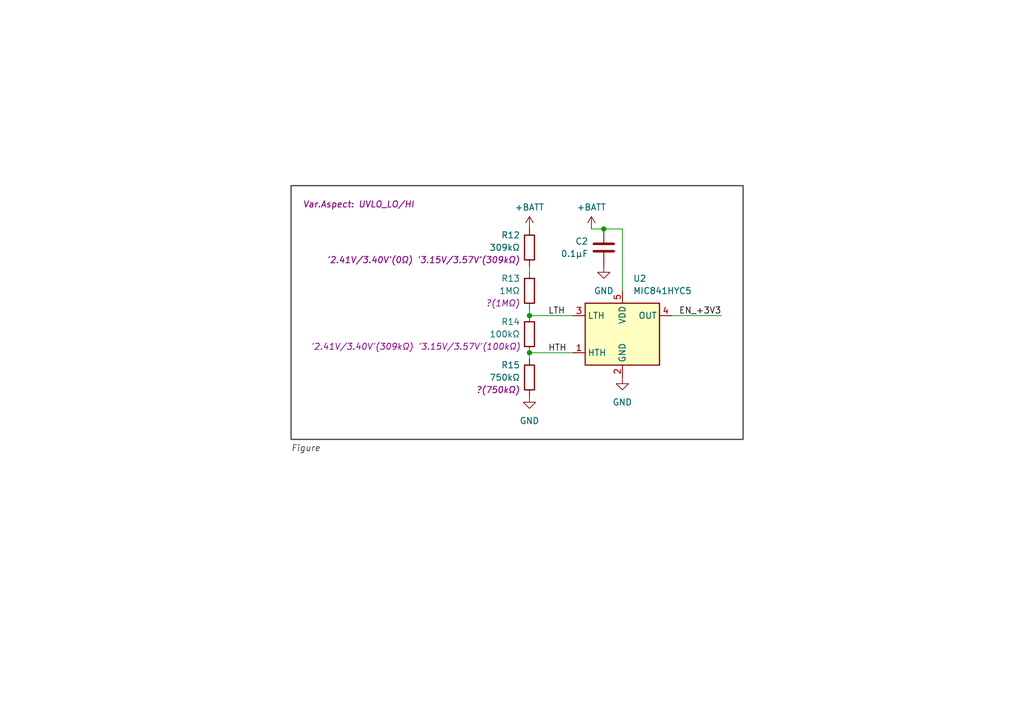
<source format=kicad_sch>
(kicad_sch (version 20231120) (generator "eeschema") (generator_version "8.0")
  (paper "A5")
  (title_block (title "KiVar Demo") (date "2025-04-30") (rev "0.5.0") (company "Author: Mark Hämmerling <dev@markh.de>") (comment 1 "https://kivar.markh.de") (comment 4 "Undervoltage Trip Points"))
  (lib_symbols
    (symbol "Device:C" (pin_numbers hide) (pin_names (offset 0.254))
      (property "Reference" "C" (at 0.635 2.54 0))
      (property "Value" "C" (at 0.635 -2.54 0))
      (symbol "C_0_1"
        (polyline (pts (xy -2.032 -0.762) (xy 2.032 -0.762)) (stroke (width 0.508)))
        (polyline (pts (xy -2.032 0.762) (xy 2.032 0.762)) (stroke (width 0.508)))
      )
      (symbol "C_1_1"
        (pin passive line (at 0 3.81 270) (length 2.794) (name "~") (number "1"))
        (pin passive line (at 0 -3.81 90) (length 2.794) (name "~") (number "2"))
      )
    )
    (symbol "Device:R" (pin_numbers hide) (pin_names (offset 0))
      (property "Reference" "R" (at 2.032 0 90))
      (property "Value" "R" (at 0 0 90))
      (symbol "R_0_1"
        (rectangle (start -1.016 -2.54) (end 1.016 2.54) (stroke (width 0.254)))
      )
      (symbol "R_1_1"
        (pin passive line (at 0 3.81 270) (length 1.27) (name "~") (number "1"))
        (pin passive line (at 0 -3.81 90) (length 1.27) (name "~") (number "2"))
      )
    )
    (symbol "markh-de:MIC841HYC5"
      (property "Reference" "U" (at -7.62 7.62 0))
      (property "Value" "MIC841HYC5" (at 1.27 7.62 0))
      (symbol "MIC841HYC5_0_1"
        (rectangle (start -7.62 6.35) (end 7.62 -6.35) (stroke (width 0.254)) (fill (type background)))
      )
      (symbol "MIC841HYC5_1_1"
        (pin input line (at -10.16 -3.81 0) (length 2.54) (name "HTH") (number "1"))
        (pin power_in line (at 0 -8.89 90) (length 2.54) (name "GND") (number "2"))
        (pin input line (at -10.16 3.81 0) (length 2.54) (name "LTH") (number "3"))
        (pin output line (at 10.16 3.81 180) (length 2.54) (name "OUT") (number "4"))
        (pin power_in line (at 0 8.89 270) (length 2.54) (name "VDD") (number "5"))
      )
    )
    (symbol "power:+BATT" (power) (pin_names (offset 0))
      (property "Value" "+BATT" (at 0 3.556 0))
      (symbol "+BATT_0_1"
        (polyline (pts (xy -0.762 1.27) (xy 0 2.54)))
        (polyline (pts (xy 0 0) (xy 0 2.54)))
        (polyline (pts (xy 0 2.54) (xy 0.762 1.27)))
      )
      (symbol "+BATT_1_1"
        (pin power_in line (at 0 0 90) (length 0) hide (name "+BATT") (number "1"))
      )
    )
    (symbol "power:GND" (power) (pin_names (offset 0))
      (property "Value" "GND" (at 0 -3.81 0))
      (symbol "GND_0_1"
        (polyline (pts (xy 0 0) (xy 0 -1.27) (xy 1.27 -1.27) (xy 0 -2.54) (xy -1.27 -1.27) (xy 0 -1.27)))
      )
      (symbol "GND_1_1"
        (pin power_in line (at 0 0 270) (length 0) hide (name "GND") (number "1"))
      )
    )
  )
  (junction (at 123.825 46.99))
  (junction (at 108.585 72.39))
  (junction (at 108.585 64.77))
  (wire (pts (xy 127.635 46.99) (xy 127.635 59.69)))
  (wire (pts (xy 123.825 46.99) (xy 127.635 46.99)))
  (wire (pts (xy 108.585 63.5) (xy 108.585 64.77)))
  (wire (pts (xy 121.285 46.99) (xy 123.825 46.99)))
  (wire (pts (xy 108.585 54.61) (xy 108.585 55.88)))
  (wire (pts (xy 108.585 72.39) (xy 117.475 72.39)))
  (wire (pts (xy 108.585 73.66) (xy 108.585 72.39)))
  (wire (pts (xy 108.585 64.77) (xy 117.475 64.77)))
  (wire (pts (xy 147.955 64.77) (xy 137.795 64.77)))
  (rectangle (start 59.69 38.1) (end 152.4 90.17) (stroke (width 0.254) (color 72 72 72 1)))
  (text "Figure" (at 59.69 91.44 0) (effects (font (size 1.27 1.27) (italic yes)) (justify left top)))
  (label "EN_+3V3" (at 147.955 64.77 180))
  (label "LTH" (at 112.395 64.77 0))
  (label "HTH" (at 112.395 72.39 0))
  (symbol (lib_id "power:GND") (at 123.825 54.61 0) (unit 1)
    (property "Reference" "#PWR011" (effects (hide yes)))
    (property "Value" "GND" (at 123.825 59.69 0))
  )
  (symbol (lib_id "power:+BATT") (at 121.285 46.99 0) (unit 1)
    (property "Reference" "#PWR033" (effects (hide yes)))
    (property "Value" "+BATT" (at 121.285 42.545 0))
    (property "Description" "Power symbol creates a global label with name \"+BATT\"" (effects (hide yes)))
  )
  (symbol (lib_id "Device:R") (at 108.585 68.58 0) (unit 1)
    (property "Reference" "R14" (at 106.68 66.0399 0) (effects (justify right)))
    (property "Value" "100kΩ" (at 106.68 68.5799 0) (effects (justify right)))
    (property "Footprint" "Resistor_SMD:R_0402_1005Metric" (effects (hide yes)))
    (property "Var.Aspect" "UVLO_LO/HI" (effects (hide yes)))
    (property "Var" "'2.41V/3.40V'(309kΩ) '3.15V/3.57V'(100kΩ)" (at 106.68 71.1199 0) (effects (font (italic yes)) (justify right)))
  )
  (symbol (lib_id "markh-de:MIC841HYC5") (at 127.635 68.58 0) (unit 1)
    (property "Reference" "U2" (at 129.8291 57.15 0) (effects (justify left)))
    (property "Value" "MIC841HYC5" (at 129.8291 59.69 0) (effects (justify left)))
    (property "Footprint" "Package_TO_SOT_SMD:SOT-353_SC-70-5" (effects (hide yes)))
    (property "Datasheet" "https://ww1.microchip.com/downloads/aemDocuments/documents/OTH/ProductDocuments/DataSheets/20005758A.pdf" (effects (hide yes)))
  )
  (symbol (lib_id "power:+BATT") (at 108.585 46.99 0) (unit 1)
    (property "Reference" "#PWR09" (effects (hide yes)))
    (property "Value" "+BATT" (at 108.585 42.545 0))
    (property "Description" "Power symbol creates a global label with name \"+BATT\"" (effects (hide yes)))
  )
  (symbol (lib_id "Device:R") (at 108.585 50.8 0) (mirror y) (unit 1)
    (property "Reference" "R12" (at 106.68 48.2599 0) (effects (justify left)))
    (property "Value" "309kΩ" (at 106.68 50.7999 0) (effects (justify left)))
    (property "Footprint" "Resistor_SMD:R_0402_1005Metric" (effects (hide yes)))
    (property "Var.Aspect" "UVLO_LO/HI" (at 62.23 41.91 0) (show_name yes) (effects (font (italic yes)) (justify right)))
    (property "Var" "'2.41V/3.40V'(0Ω) '3.15V/3.57V'(309kΩ)" (at 106.68 53.3399 0) (effects (font (italic yes)) (justify left)))
    (property "VarID" "3" (effects (hide yes)))
    (property "VarID.Var" "'2.41V/3.40V'(2) '3.15V/3.57V'(3)" (effects (hide yes)))
  )
  (symbol (lib_id "power:GND") (at 108.585 81.28 0) (unit 1)
    (property "Reference" "#PWR013" (effects (hide yes)))
    (property "Value" "GND" (at 108.585 86.36 0))
  )
  (symbol (lib_id "Device:C") (at 123.825 50.8 0) (mirror y) (unit 1)
    (property "Reference" "C2" (at 120.65 49.5299 0) (effects (justify left)))
    (property "Value" "0.1µF" (at 120.65 52.0699 0) (effects (justify left)))
    (property "Footprint" "Capacitor_SMD:C_0402_1005Metric" (effects (hide yes)))
  )
  (symbol (lib_id "Device:R") (at 108.585 77.47 0) (mirror y) (unit 1)
    (property "Reference" "R15" (at 106.68 74.9299 0) (effects (justify left)))
    (property "Value" "750kΩ" (at 106.68 77.4699 0) (effects (justify left)))
    (property "Footprint" "Resistor_SMD:R_0402_1005Metric" (effects (hide yes)))
    (property "Var.Aspect" "UVLO_LO/HI" (effects (hide yes)))
    (property "Var" "?(750kΩ)" (at 106.68 80.0099 0) (effects (font (italic yes)) (justify left)))
  )
  (symbol (lib_id "Device:R") (at 108.585 59.69 0) (mirror y) (unit 1)
    (property "Reference" "R13" (at 106.68 57.1499 0) (effects (justify left)))
    (property "Value" "1MΩ" (at 106.68 59.6899 0) (effects (justify left)))
    (property "Footprint" "Resistor_SMD:R_0402_1005Metric" (effects (hide yes)))
    (property "Var.Aspect" "UVLO_LO/HI" (effects (hide yes)))
    (property "Var" "?(1MΩ)" (at 106.68 62.2299 0) (effects (font (italic yes)) (justify left)))
  )
  (symbol (lib_id "power:GND") (at 127.635 77.47 0) (unit 1)
    (property "Reference" "#PWR012" (effects (hide yes)))
    (property "Value" "GND" (at 127.635 82.55 0))
  )
)
</source>
